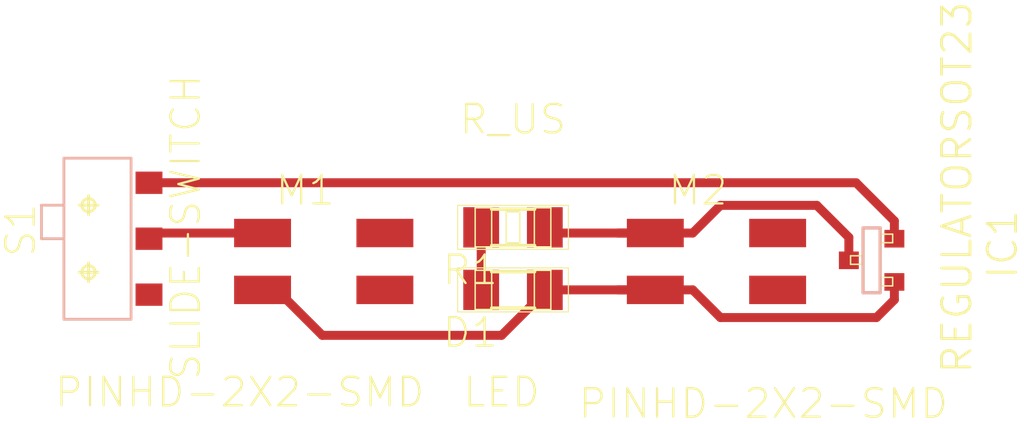
<source format=kicad_pcb>
(kicad_pcb (version 20171130) (host pcbnew 5.0.1-33cea8e~68~ubuntu16.04.1)

  (general
    (thickness 1.6)
    (drawings 0)
    (tracks 30)
    (zones 0)
    (modules 6)
    (nets 11)
  )

  (page A4)
  (layers
    (0 F.Cu signal)
    (31 B.Cu signal)
    (32 B.Adhes user)
    (33 F.Adhes user)
    (34 B.Paste user)
    (35 F.Paste user)
    (36 B.SilkS user)
    (37 F.SilkS user)
    (38 B.Mask user)
    (39 F.Mask user)
    (40 Dwgs.User user)
    (41 Cmts.User user)
    (42 Eco1.User user)
    (43 Eco2.User user)
    (44 Edge.Cuts user)
    (45 Margin user)
    (46 B.CrtYd user)
    (47 F.CrtYd user)
    (48 B.Fab user)
    (49 F.Fab user)
  )

  (setup
    (last_trace_width 0.4)
    (trace_clearance 0.4)
    (zone_clearance 0.508)
    (zone_45_only no)
    (trace_min 0.2)
    (segment_width 0.2)
    (edge_width 0.15)
    (via_size 0.8)
    (via_drill 0.4)
    (via_min_size 0.4)
    (via_min_drill 0.3)
    (uvia_size 0.3)
    (uvia_drill 0.1)
    (uvias_allowed no)
    (uvia_min_size 0.2)
    (uvia_min_drill 0.1)
    (pcb_text_width 0.3)
    (pcb_text_size 1.5 1.5)
    (mod_edge_width 0.15)
    (mod_text_size 1 1)
    (mod_text_width 0.15)
    (pad_size 1.524 1.524)
    (pad_drill 0.762)
    (pad_to_mask_clearance 0.051)
    (solder_mask_min_width 0.25)
    (aux_axis_origin 0 0)
    (visible_elements FFFFFF7F)
    (pcbplotparams
      (layerselection 0x010fc_ffffffff)
      (usegerberextensions false)
      (usegerberattributes false)
      (usegerberadvancedattributes false)
      (creategerberjobfile false)
      (excludeedgelayer true)
      (linewidth 0.100000)
      (plotframeref false)
      (viasonmask false)
      (mode 1)
      (useauxorigin false)
      (hpglpennumber 1)
      (hpglpenspeed 20)
      (hpglpendiameter 15.000000)
      (psnegative false)
      (psa4output false)
      (plotreference true)
      (plotvalue true)
      (plotinvisibletext false)
      (padsonsilk false)
      (subtractmaskfromsilk false)
      (outputformat 1)
      (mirror false)
      (drillshape 1)
      (scaleselection 1)
      (outputdirectory ""))
  )

  (net 0 "")
  (net 1 +5V)
  (net 2 Earth)
  (net 3 "Net-(M2-Pad4)")
  (net 4 "Net-(M2-Pad2)")
  (net 5 "Net-(M1-Pad2)")
  (net 6 "Net-(M1-Pad4)")
  (net 7 /REGULATED)
  (net 8 "Net-(IC1-Pad2)")
  (net 9 "Net-(D1-Pad2)")
  (net 10 "Net-(S1-Pad3)")

  (net_class Default "This is the default net class."
    (clearance 0.4)
    (trace_width 0.4)
    (via_dia 0.8)
    (via_drill 0.4)
    (uvia_dia 0.3)
    (uvia_drill 0.1)
    (diff_pair_gap 0.25)
    (diff_pair_width 0.4)
    (add_net +5V)
    (add_net /REGULATED)
    (add_net Earth)
    (add_net "Net-(D1-Pad2)")
    (add_net "Net-(IC1-Pad2)")
    (add_net "Net-(M1-Pad2)")
    (add_net "Net-(M1-Pad4)")
    (add_net "Net-(M2-Pad2)")
    (add_net "Net-(M2-Pad4)")
    (add_net "Net-(S1-Pad3)")
  )

  (module fab:fab-SOT-23 (layer F.Cu) (tedit 200000) (tstamp 5C197BB1)
    (at 235.458 153.5938 270)
    (descr "SMALL OUTLINE TRANSISTOR")
    (tags "SMALL OUTLINE TRANSISTOR")
    (path /5C0D531F)
    (attr smd)
    (fp_text reference IC1 (at -0.6858 -5.842 270) (layer F.SilkS)
      (effects (font (size 1.27 1.27) (thickness 0.127)))
    )
    (fp_text value REGULATORSOT23 (at -3.2258 -3.81 270) (layer F.SilkS)
      (effects (font (size 1.27 1.27) (thickness 0.127)))
    )
    (fp_line (start 0.7874 -0.4318) (end 1.1684 -0.4318) (layer F.SilkS) (width 0.06604))
    (fp_line (start 1.1684 -0.4318) (end 1.1684 -0.9398) (layer F.SilkS) (width 0.06604))
    (fp_line (start 0.7874 -0.9398) (end 1.1684 -0.9398) (layer F.SilkS) (width 0.06604))
    (fp_line (start 0.7874 -0.4318) (end 0.7874 -0.9398) (layer F.SilkS) (width 0.06604))
    (fp_line (start -1.143 -0.4318) (end -0.762 -0.4318) (layer F.SilkS) (width 0.06604))
    (fp_line (start -0.762 -0.4318) (end -0.762 -0.9398) (layer F.SilkS) (width 0.06604))
    (fp_line (start -1.143 -0.9398) (end -0.762 -0.9398) (layer F.SilkS) (width 0.06604))
    (fp_line (start -1.143 -0.4318) (end -1.143 -0.9398) (layer F.SilkS) (width 0.06604))
    (fp_line (start -0.1778 0.9398) (end 0.2032 0.9398) (layer F.SilkS) (width 0.06604))
    (fp_line (start 0.2032 0.9398) (end 0.2032 0.4318) (layer F.SilkS) (width 0.06604))
    (fp_line (start -0.1778 0.4318) (end 0.2032 0.4318) (layer F.SilkS) (width 0.06604))
    (fp_line (start -0.1778 0.9398) (end -0.1778 0.4318) (layer F.SilkS) (width 0.06604))
    (fp_line (start -1.4224 -0.381) (end 1.4732 -0.381) (layer B.SilkS) (width 0.1524))
    (fp_line (start 1.4732 -0.381) (end 1.4732 0.381) (layer B.SilkS) (width 0.1524))
    (fp_line (start 1.4732 0.381) (end -1.4224 0.381) (layer B.SilkS) (width 0.1524))
    (fp_line (start -1.4224 0.381) (end -1.4224 -0.381) (layer B.SilkS) (width 0.1524))
    (pad 1 smd rect (at 0.0254 1.016 270) (size 0.7874 0.889) (layers F.Cu F.Paste F.Mask)
      (net 7 /REGULATED))
    (pad 2 smd rect (at -0.9398 -1.016 270) (size 0.7874 0.889) (layers F.Cu F.Paste F.Mask)
      (net 8 "Net-(IC1-Pad2)"))
    (pad 3 smd rect (at 0.9906 -1.016 270) (size 0.7874 0.889) (layers F.Cu F.Paste F.Mask)
      (net 2 Earth))
  )

  (module fab:fab-2X02SMD (layer F.Cu) (tedit 200000) (tstamp 5C197BB9)
    (at 210.82 153.67)
    (path /5C0D505B)
    (attr smd)
    (fp_text reference M1 (at -0.635 -3.175) (layer F.SilkS)
      (effects (font (size 1.27 1.27) (thickness 0.1016)))
    )
    (fp_text value PINHD-2X2-SMD (at -3.556 5.842) (layer F.SilkS)
      (effects (font (size 1.27 1.27) (thickness 0.1016)))
    )
    (pad 1 smd rect (at -2.54 -1.27) (size 2.54 1.27) (layers F.Cu F.Paste F.Mask)
      (net 1 +5V))
    (pad 2 smd rect (at 2.91846 -1.27) (size 2.54 1.27) (layers F.Cu F.Paste F.Mask)
      (net 5 "Net-(M1-Pad2)"))
    (pad 3 smd rect (at -2.54 1.27) (size 2.54 1.27) (layers F.Cu F.Paste F.Mask)
      (net 2 Earth))
    (pad 4 smd rect (at 2.91846 1.27) (size 2.54 1.27) (layers F.Cu F.Paste F.Mask)
      (net 6 "Net-(M1-Pad4)"))
  )

  (module fab:fab-2X02SMD (layer F.Cu) (tedit 200000) (tstamp 5C197BC1)
    (at 228.346 153.67)
    (path /5C0D50D3)
    (attr smd)
    (fp_text reference M2 (at -0.635 -3.175) (layer F.SilkS)
      (effects (font (size 1.27 1.27) (thickness 0.1016)))
    )
    (fp_text value PINHD-2X2-SMD (at 2.286 6.35) (layer F.SilkS)
      (effects (font (size 1.27 1.27) (thickness 0.1016)))
    )
    (pad 4 smd rect (at 2.91846 1.27) (size 2.54 1.27) (layers F.Cu F.Paste F.Mask)
      (net 3 "Net-(M2-Pad4)"))
    (pad 3 smd rect (at -2.54 1.27) (size 2.54 1.27) (layers F.Cu F.Paste F.Mask)
      (net 2 Earth))
    (pad 2 smd rect (at 2.91846 -1.27) (size 2.54 1.27) (layers F.Cu F.Paste F.Mask)
      (net 4 "Net-(M2-Pad2)"))
    (pad 1 smd rect (at -2.54 -1.27) (size 2.54 1.27) (layers F.Cu F.Paste F.Mask)
      (net 7 /REGULATED))
  )

  (module fab:fab-LED1206 (layer F.Cu) (tedit 200000) (tstamp 5C1AF18D)
    (at 219.456 154.94 180)
    (descr "LED 1206 PADS (STANDARD PATTERN)")
    (tags "LED 1206 PADS (STANDARD PATTERN)")
    (path /5C0EAB04)
    (attr smd)
    (fp_text reference D1 (at 1.905 -1.905 180) (layer F.SilkS)
      (effects (font (size 1.27 1.27) (thickness 0.1016)))
    )
    (fp_text value LED (at 0.508 -4.572 180) (layer F.SilkS)
      (effects (font (size 1.27 1.27) (thickness 0.1016)))
    )
    (fp_line (start -1.6891 0.8763) (end -0.9525 0.8763) (layer F.SilkS) (width 0.06604))
    (fp_line (start -0.9525 0.8763) (end -0.9525 -0.8763) (layer F.SilkS) (width 0.06604))
    (fp_line (start -1.6891 -0.8763) (end -0.9525 -0.8763) (layer F.SilkS) (width 0.06604))
    (fp_line (start -1.6891 0.8763) (end -1.6891 -0.8763) (layer F.SilkS) (width 0.06604))
    (fp_line (start 0.9525 0.8763) (end 1.6891 0.8763) (layer F.SilkS) (width 0.06604))
    (fp_line (start 1.6891 0.8763) (end 1.6891 -0.8763) (layer F.SilkS) (width 0.06604))
    (fp_line (start 0.9525 -0.8763) (end 1.6891 -0.8763) (layer F.SilkS) (width 0.06604))
    (fp_line (start 0.9525 0.8763) (end 0.9525 -0.8763) (layer F.SilkS) (width 0.06604))
    (fp_line (start 0.9525 0.8128) (end -0.9652 0.8128) (layer F.SilkS) (width 0.1524))
    (fp_line (start 0.9525 -0.8128) (end -0.9652 -0.8128) (layer F.SilkS) (width 0.1524))
    (fp_line (start -2.47142 -0.98298) (end 2.47142 -0.98298) (layer F.SilkS) (width 0.0508))
    (fp_line (start 2.47142 -0.98298) (end 2.47142 0.98298) (layer F.SilkS) (width 0.0508))
    (fp_line (start 2.47142 0.98298) (end -2.47142 0.98298) (layer F.SilkS) (width 0.0508))
    (fp_line (start -2.47142 0.98298) (end -2.47142 -0.98298) (layer F.SilkS) (width 0.0508))
    (pad 1 smd rect (at -1.41986 0 180) (size 1.59766 1.80086) (layers F.Cu F.Paste F.Mask)
      (net 2 Earth))
    (pad 2 smd rect (at 1.41986 0 180) (size 1.59766 1.80086) (layers F.Cu F.Paste F.Mask)
      (net 9 "Net-(D1-Pad2)"))
  )

  (module fab:fab-R1206 (layer F.Cu) (tedit 200000) (tstamp 5C1AF1A5)
    (at 219.456 152.146 180)
    (descr RESISTOR)
    (tags RESISTOR)
    (path /5C0EAC2F)
    (attr smd)
    (fp_text reference R1 (at 1.905 -1.905 180) (layer F.SilkS)
      (effects (font (size 1.27 1.27) (thickness 0.1016)))
    )
    (fp_text value R_US (at 0 4.826 180) (layer F.SilkS)
      (effects (font (size 1.27 1.27) (thickness 0.1016)))
    )
    (fp_line (start -1.6891 0.8763) (end -0.9525 0.8763) (layer F.SilkS) (width 0.06604))
    (fp_line (start -0.9525 0.8763) (end -0.9525 -0.8763) (layer F.SilkS) (width 0.06604))
    (fp_line (start -1.6891 -0.8763) (end -0.9525 -0.8763) (layer F.SilkS) (width 0.06604))
    (fp_line (start -1.6891 0.8763) (end -1.6891 -0.8763) (layer F.SilkS) (width 0.06604))
    (fp_line (start 0.9525 0.8763) (end 1.6891 0.8763) (layer F.SilkS) (width 0.06604))
    (fp_line (start 1.6891 0.8763) (end 1.6891 -0.8763) (layer F.SilkS) (width 0.06604))
    (fp_line (start 0.9525 -0.8763) (end 1.6891 -0.8763) (layer F.SilkS) (width 0.06604))
    (fp_line (start 0.9525 0.8763) (end 0.9525 -0.8763) (layer F.SilkS) (width 0.06604))
    (fp_line (start -0.29972 0.6985) (end 0.29972 0.6985) (layer F.SilkS) (width 0.06604))
    (fp_line (start 0.29972 0.6985) (end 0.29972 -0.6985) (layer F.SilkS) (width 0.06604))
    (fp_line (start -0.29972 -0.6985) (end 0.29972 -0.6985) (layer F.SilkS) (width 0.06604))
    (fp_line (start -0.29972 0.6985) (end -0.29972 -0.6985) (layer F.SilkS) (width 0.06604))
    (fp_line (start 0.9525 0.8128) (end -0.9652 0.8128) (layer F.SilkS) (width 0.1524))
    (fp_line (start 0.9525 -0.8128) (end -0.9652 -0.8128) (layer F.SilkS) (width 0.1524))
    (fp_line (start -2.47142 -0.98298) (end 2.47142 -0.98298) (layer F.SilkS) (width 0.0508))
    (fp_line (start 2.47142 -0.98298) (end 2.47142 0.98298) (layer F.SilkS) (width 0.0508))
    (fp_line (start 2.47142 0.98298) (end -2.47142 0.98298) (layer F.SilkS) (width 0.0508))
    (fp_line (start -2.47142 0.98298) (end -2.47142 -0.98298) (layer F.SilkS) (width 0.0508))
    (pad 1 smd rect (at -1.41986 0 180) (size 1.59766 1.80086) (layers F.Cu F.Paste F.Mask)
      (net 7 /REGULATED))
    (pad 2 smd rect (at 1.41986 0 180) (size 1.59766 1.80086) (layers F.Cu F.Paste F.Mask)
      (net 9 "Net-(D1-Pad2)"))
  )

  (module fab:fab-AYZ0102AGRLC (layer F.Cu) (tedit 200000) (tstamp 5C1AF1BB)
    (at 200.914 152.654 90)
    (path /5C0EA66B)
    (attr smd)
    (fp_text reference S1 (at 0.381 -3.429 90) (layer F.SilkS)
      (effects (font (size 1.27 1.27) (thickness 0.1016)))
    )
    (fp_text value SLIDE-SWITCH (at 0.508 3.937 90) (layer F.SilkS)
      (effects (font (size 1.27 1.27) (thickness 0.1016)))
    )
    (fp_line (start -3.59918 1.4986) (end 3.59918 1.4986) (layer B.SilkS) (width 0.127))
    (fp_line (start 3.59918 1.4986) (end 3.59918 -1.4986) (layer B.SilkS) (width 0.127))
    (fp_line (start 3.59918 -1.4986) (end 1.4986 -1.4986) (layer B.SilkS) (width 0.127))
    (fp_line (start 1.4986 -1.4986) (end -1.4986 -1.4986) (layer B.SilkS) (width 0.127))
    (fp_line (start -1.4986 -1.4986) (end -3.59918 -1.4986) (layer B.SilkS) (width 0.127))
    (fp_line (start -3.59918 -1.4986) (end -3.59918 1.4986) (layer B.SilkS) (width 0.127))
    (fp_line (start 0 -1.59766) (end 0 -2.49936) (layer B.SilkS) (width 0.127))
    (fp_line (start 0 -2.49936) (end 1.4986 -2.49936) (layer B.SilkS) (width 0.127))
    (fp_line (start 1.4986 -2.49936) (end 1.4986 -1.4986) (layer B.SilkS) (width 0.127))
    (fp_circle (center -1.4986 -0.39878) (end -1.70942 -0.6096) (layer F.SilkS) (width 0.127))
    (fp_line (start -1.92278 -0.39878) (end -1.07442 -0.39878) (layer F.SilkS) (width 0.127))
    (fp_line (start -1.4986 0.02286) (end -1.4986 -0.82296) (layer F.SilkS) (width 0.127))
    (fp_circle (center 1.4986 -0.39878) (end 1.70942 -0.6096) (layer F.SilkS) (width 0.127))
    (fp_line (start 1.07442 -0.39878) (end 1.92278 -0.39878) (layer F.SilkS) (width 0.127))
    (fp_line (start 1.4986 0.02286) (end 1.4986 -0.82296) (layer F.SilkS) (width 0.127))
    (pad 1 smd rect (at 2.49936 2.2987 90) (size 0.99822 1.19888) (layers F.Cu F.Paste F.Mask)
      (net 8 "Net-(IC1-Pad2)"))
    (pad 2 smd rect (at 0 2.2987 90) (size 0.99822 1.19888) (layers F.Cu F.Paste F.Mask)
      (net 1 +5V))
    (pad 3 smd rect (at -2.49936 2.2987 90) (size 0.99822 1.19888) (layers F.Cu F.Paste F.Mask)
      (net 10 "Net-(S1-Pad3)"))
  )

  (segment (start 207.9752 152.7048) (end 208.28 152.4) (width 0.4) (layer F.Cu) (net 1))
  (segment (start 208.026 152.654) (end 208.28 152.4) (width 0.4) (layer F.Cu) (net 1))
  (segment (start 203.4667 152.4) (end 203.2127 152.654) (width 0.4) (layer F.Cu) (net 1))
  (segment (start 208.28 152.4) (end 203.4667 152.4) (width 0.4) (layer F.Cu) (net 1))
  (segment (start 207.9752 154.6352) (end 208.28 154.94) (width 0.4) (layer F.Cu) (net 2))
  (segment (start 224.136 154.94) (end 225.806 154.94) (width 0.4) (layer F.Cu) (net 2))
  (segment (start 221.38386 155.0416) (end 221.38386 154.94) (width 0.4) (layer F.Cu) (net 2))
  (segment (start 220.87586 155.0416) (end 220.87586 154.94) (width 0.4) (layer F.Cu) (net 2))
  (segment (start 218.94546 156.972) (end 220.87586 155.0416) (width 0.4) (layer F.Cu) (net 2))
  (segment (start 210.947 156.972) (end 218.94546 156.972) (width 0.4) (layer F.Cu) (net 2))
  (segment (start 208.915 154.94) (end 210.947 156.972) (width 0.4) (layer F.Cu) (net 2))
  (segment (start 208.28 154.94) (end 208.915 154.94) (width 0.4) (layer F.Cu) (net 2))
  (segment (start 236.474 155.3781) (end 235.677099 156.175001) (width 0.4) (layer F.Cu) (net 2))
  (segment (start 227.476 154.94) (end 225.806 154.94) (width 0.4) (layer F.Cu) (net 2))
  (segment (start 228.711001 156.175001) (end 227.476 154.94) (width 0.4) (layer F.Cu) (net 2))
  (segment (start 235.677099 156.175001) (end 228.711001 156.175001) (width 0.4) (layer F.Cu) (net 2))
  (segment (start 236.474 154.5844) (end 236.474 155.3781) (width 0.4) (layer F.Cu) (net 2))
  (segment (start 220.87586 154.94) (end 225.806 154.94) (width 0.4) (layer F.Cu) (net 2))
  (segment (start 224.136 152.4) (end 225.806 152.4) (width 0.4) (layer F.Cu) (net 7))
  (segment (start 220.87586 152.4) (end 225.806 152.4) (width 0.4) (layer F.Cu) (net 7))
  (segment (start 227.476 152.4) (end 225.806 152.4) (width 0.4) (layer F.Cu) (net 7))
  (segment (start 228.711001 151.164999) (end 227.476 152.4) (width 0.4) (layer F.Cu) (net 7))
  (segment (start 233.014461 151.164999) (end 228.711001 151.164999) (width 0.4) (layer F.Cu) (net 7))
  (segment (start 234.442 152.592538) (end 233.014461 151.164999) (width 0.4) (layer F.Cu) (net 7))
  (segment (start 234.442 153.6192) (end 234.442 152.592538) (width 0.4) (layer F.Cu) (net 7))
  (segment (start 204.21214 150.15464) (end 203.2127 150.15464) (width 0.4) (layer F.Cu) (net 8))
  (segment (start 234.76834 150.15464) (end 204.21214 150.15464) (width 0.4) (layer F.Cu) (net 8))
  (segment (start 236.474 151.8603) (end 234.76834 150.15464) (width 0.4) (layer F.Cu) (net 8))
  (segment (start 236.474 152.654) (end 236.474 151.8603) (width 0.4) (layer F.Cu) (net 8))
  (segment (start 218.03614 154.94) (end 218.03614 152.4) (width 0.4) (layer F.Cu) (net 9))

)

</source>
